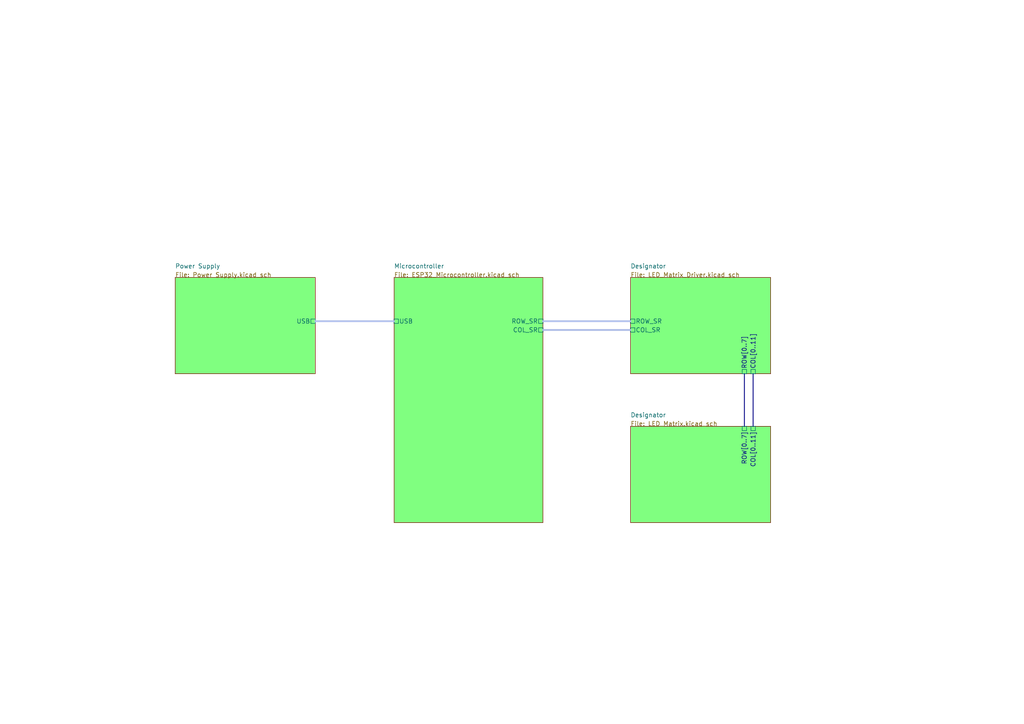
<source format=kicad_sch>
(kicad_sch
	(version 20231120)
	(generator "eeschema")
	(generator_version "8.0")
	(uuid "f4123f17-5e8e-4fe0-ba04-aa638a2b51f2")
	(paper "A4")
	(lib_symbols)
	(bus
		(pts
			(xy 215.9 108.4072) (xy 215.9 123.6472)
		)
		(stroke
			(width 0.254)
			(type default)
		)
		(uuid "5136fe2a-2e4a-4744-b57a-33c0baaa5756")
	)
	(bus
		(pts
			(xy 218.44 123.6472) (xy 218.44 108.4072)
		)
		(stroke
			(width 0.254)
			(type default)
		)
		(uuid "adf0d3a5-90fd-4bb3-a93d-f035f72d105c")
	)
	(polyline
		(pts
			(xy 157.48 95.7072) (xy 182.88 95.7072)
		)
		(stroke
			(width 0.508)
			(type solid)
			(color 173 188 231 1)
		)
		(fill
			(type none)
		)
		(uuid 7f168b47-685f-4255-b60d-5fe6c9b640b0)
	)
	(polyline
		(pts
			(xy 91.44 93.1672) (xy 114.3 93.1672)
		)
		(stroke
			(width 0.508)
			(type solid)
			(color 173 188 231 1)
		)
		(fill
			(type none)
		)
		(uuid aae6b48b-1b1e-4325-bc17-cead7b79b8e2)
	)
	(polyline
		(pts
			(xy 157.48 93.1672) (xy 182.88 93.1672)
		)
		(stroke
			(width 0.508)
			(type solid)
			(color 173 188 231 1)
		)
		(fill
			(type none)
		)
		(uuid c569381c-1ac6-4c95-91d0-622cc9514a8c)
	)
	(sheet
		(at 182.88 123.6472)
		(size 40.64 27.94)
		(fields_autoplaced yes)
		(stroke
			(width 0)
			(type solid)
			(color 128 0 0 1)
		)
		(fill
			(color 128 255 128 1.0000)
		)
		(uuid "2d479107-a0c9-4091-8c04-933316fd92b3")
		(property "Sheetname" "Designator"
			(at 182.88 121.1072 0)
			(effects
				(font
					(size 1.27 1.27)
				)
				(justify left bottom)
			)
		)
		(property "Sheetfile" "LED_Matrix.kicad_sch"
			(at 182.88 123.6472 0)
			(effects
				(font
					(size 1.27 1.27)
				)
				(justify left bottom)
			)
		)
		(pin "COL[0..11]" passive
			(at 218.44 123.6472 90)
			(effects
				(font
					(size 1.27 1.27)
				)
				(justify right)
			)
			(uuid "5a5f367a-31f8-418f-b362-be4982a3f27d")
		)
		(pin "ROW[0..7]" passive
			(at 215.9 123.6472 90)
			(effects
				(font
					(size 1.27 1.27)
				)
				(justify right)
			)
			(uuid "7e30ed2c-aef3-49b7-98c0-52c24641f07c")
		)
		(instances
			(project "ESP32_LED_Matrix_Hierarchal"
				(path "/f4123f17-5e8e-4fe0-ba04-aa638a2b51f2"
					(page "3")
				)
			)
		)
	)
	(sheet
		(at 182.88 80.4672)
		(size 40.64 27.94)
		(fields_autoplaced yes)
		(stroke
			(width 0)
			(type solid)
			(color 128 0 0 1)
		)
		(fill
			(color 128 255 128 1.0000)
		)
		(uuid "757e3406-0e26-4572-9ff1-f0c1b24a4d6b")
		(property "Sheetname" "Designator"
			(at 182.88 77.9272 0)
			(effects
				(font
					(size 1.27 1.27)
				)
				(justify left bottom)
			)
		)
		(property "Sheetfile" "LED_Matrix_Driver.kicad_sch"
			(at 182.88 80.4672 0)
			(effects
				(font
					(size 1.27 1.27)
				)
				(justify left bottom)
			)
		)
		(pin "COL_SR" passive
			(at 182.88 95.7072 180)
			(effects
				(font
					(size 1.27 1.27)
				)
				(justify left)
			)
			(uuid "efe5f559-2001-4271-84b6-b61c0ff61fbd")
		)
		(pin "ROW_SR" passive
			(at 182.88 93.1672 180)
			(effects
				(font
					(size 1.27 1.27)
				)
				(justify left)
			)
			(uuid "41465114-aff5-4928-a58f-5d9753156b21")
		)
		(pin "ROW[0..7]" passive
			(at 215.9 108.4072 270)
			(effects
				(font
					(size 1.27 1.27)
				)
				(justify left)
			)
			(uuid "3a434ce5-47ba-4243-8843-9105584e0d66")
		)
		(pin "COL[0..11]" passive
			(at 218.44 108.4072 270)
			(effects
				(font
					(size 1.27 1.27)
				)
				(justify left)
			)
			(uuid "c19cb488-e2b8-41c2-949d-f9c0f03c84f5")
		)
		(instances
			(project "ESP32_LED_Matrix_Hierarchal"
				(path "/f4123f17-5e8e-4fe0-ba04-aa638a2b51f2"
					(page "4")
				)
			)
		)
	)
	(sheet
		(at 114.3 80.4672)
		(size 43.18 71.12)
		(fields_autoplaced yes)
		(stroke
			(width 0)
			(type solid)
			(color 128 0 0 1)
		)
		(fill
			(color 128 255 128 1.0000)
		)
		(uuid "8a0cf0ff-6c27-454c-9efe-9aeb8fc4d8a0")
		(property "Sheetname" "Microcontroller"
			(at 114.3 77.9272 0)
			(effects
				(font
					(size 1.27 1.27)
				)
				(justify left bottom)
			)
		)
		(property "Sheetfile" "ESP32_Microcontroller.kicad_sch"
			(at 114.3 80.4672 0)
			(effects
				(font
					(size 1.27 1.27)
				)
				(justify left bottom)
			)
		)
		(pin "COL_SR" passive
			(at 157.48 95.7072 0)
			(effects
				(font
					(size 1.27 1.27)
				)
				(justify right)
			)
			(uuid "7578215f-6b81-4022-b4f5-5b834160bf46")
		)
		(pin "ROW_SR" passive
			(at 157.48 93.1672 0)
			(effects
				(font
					(size 1.27 1.27)
				)
				(justify right)
			)
			(uuid "762b4d9c-7718-4a34-bb63-0660d56bb030")
		)
		(pin "USB" passive
			(at 114.3 93.1672 180)
			(effects
				(font
					(size 1.27 1.27)
				)
				(justify left)
			)
			(uuid "1eb9719c-521f-45fa-8c94-20a599222cfa")
		)
		(instances
			(project "ESP32_LED_Matrix_Hierarchal"
				(path "/f4123f17-5e8e-4fe0-ba04-aa638a2b51f2"
					(page "2")
				)
			)
		)
	)
	(sheet
		(at 50.8 80.4672)
		(size 40.64 27.94)
		(fields_autoplaced yes)
		(stroke
			(width 0)
			(type solid)
			(color 128 0 0 1)
		)
		(fill
			(color 128 255 128 1.0000)
		)
		(uuid "c69d4f0b-a8e8-4b21-8bca-8d4c28798cc3")
		(property "Sheetname" "Power Supply"
			(at 50.8 77.9272 0)
			(effects
				(font
					(size 1.27 1.27)
				)
				(justify left bottom)
			)
		)
		(property "Sheetfile" "Power Supply.kicad_sch"
			(at 50.8 80.4672 0)
			(effects
				(font
					(size 1.27 1.27)
				)
				(justify left bottom)
			)
		)
		(pin "USB" passive
			(at 91.44 93.1672 0)
			(effects
				(font
					(size 1.27 1.27)
				)
				(justify right)
			)
			(uuid "88604ea4-43af-4d43-b3a2-fd7f65769359")
		)
		(instances
			(project "ESP32_LED_Matrix_Hierarchal"
				(path "/f4123f17-5e8e-4fe0-ba04-aa638a2b51f2"
					(page "2")
				)
			)
		)
	)
	(sheet_instances
		(path "/"
			(page "1")
		)
	)
)

</source>
